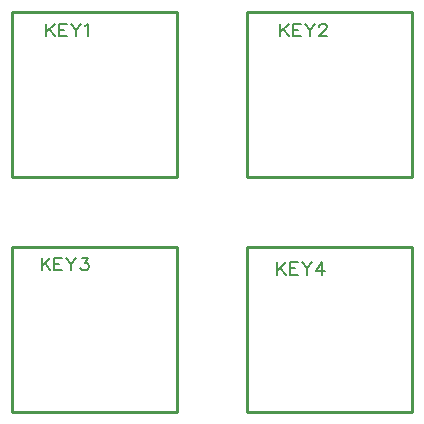
<source format=gto>
G04 Layer: TopSilkscreenLayer*
G04 EasyEDA v6.5.47, 2024-10-10 17:33:07*
G04 1afe02ac590648b8963bdaa5cf7a1cf7,02b1cd47abf14eeea88f237cf3128960,10*
G04 Gerber Generator version 0.2*
G04 Scale: 100 percent, Rotated: No, Reflected: No *
G04 Dimensions in millimeters *
G04 leading zeros omitted , absolute positions ,4 integer and 5 decimal *
%FSLAX45Y45*%
%MOMM*%

%ADD10C,0.1524*%
%ADD11C,0.2540*%

%LPD*%
D10*
X1206497Y16193485D02*
G01*
X1206497Y16084519D01*
X1279141Y16193485D02*
G01*
X1206497Y16120841D01*
X1232405Y16146749D02*
G01*
X1279141Y16084519D01*
X1313431Y16193485D02*
G01*
X1313431Y16084519D01*
X1313431Y16193485D02*
G01*
X1380995Y16193485D01*
X1313431Y16141669D02*
G01*
X1355087Y16141669D01*
X1313431Y16084519D02*
G01*
X1380995Y16084519D01*
X1415285Y16193485D02*
G01*
X1456941Y16141669D01*
X1456941Y16084519D01*
X1498597Y16193485D02*
G01*
X1456941Y16141669D01*
X1532887Y16172657D02*
G01*
X1543047Y16177991D01*
X1558795Y16193485D01*
X1558795Y16084519D01*
X3187700Y16193516D02*
G01*
X3187700Y16084550D01*
X3260343Y16193516D02*
G01*
X3187700Y16120871D01*
X3213608Y16146779D02*
G01*
X3260343Y16084550D01*
X3294634Y16193516D02*
G01*
X3294634Y16084550D01*
X3294634Y16193516D02*
G01*
X3362197Y16193516D01*
X3294634Y16141700D02*
G01*
X3336290Y16141700D01*
X3294634Y16084550D02*
G01*
X3362197Y16084550D01*
X3396488Y16193516D02*
G01*
X3438143Y16141700D01*
X3438143Y16084550D01*
X3479800Y16193516D02*
G01*
X3438143Y16141700D01*
X3519170Y16167607D02*
G01*
X3519170Y16172687D01*
X3524250Y16183102D01*
X3529584Y16188436D01*
X3539997Y16193516D01*
X3560825Y16193516D01*
X3571240Y16188436D01*
X3576320Y16183102D01*
X3581400Y16172687D01*
X3581400Y16162274D01*
X3576320Y16151860D01*
X3565906Y16136366D01*
X3514090Y16084550D01*
X3586734Y16084550D01*
X1168402Y14212288D02*
G01*
X1168402Y14103322D01*
X1241046Y14212288D02*
G01*
X1168402Y14139644D01*
X1194310Y14165552D02*
G01*
X1241046Y14103322D01*
X1275336Y14212288D02*
G01*
X1275336Y14103322D01*
X1275336Y14212288D02*
G01*
X1342900Y14212288D01*
X1275336Y14160472D02*
G01*
X1316992Y14160472D01*
X1275336Y14103322D02*
G01*
X1342900Y14103322D01*
X1377190Y14212288D02*
G01*
X1418846Y14160472D01*
X1418846Y14103322D01*
X1460502Y14212288D02*
G01*
X1418846Y14160472D01*
X1504952Y14212288D02*
G01*
X1562102Y14212288D01*
X1531114Y14170632D01*
X1546608Y14170632D01*
X1557022Y14165552D01*
X1562102Y14160472D01*
X1567436Y14144724D01*
X1567436Y14134310D01*
X1562102Y14118816D01*
X1551942Y14108402D01*
X1536194Y14103322D01*
X1520700Y14103322D01*
X1504952Y14108402D01*
X1499872Y14113482D01*
X1494792Y14123896D01*
X3162300Y14174188D02*
G01*
X3162300Y14065222D01*
X3234943Y14174188D02*
G01*
X3162300Y14101544D01*
X3188208Y14127452D02*
G01*
X3234943Y14065222D01*
X3269234Y14174188D02*
G01*
X3269234Y14065222D01*
X3269234Y14174188D02*
G01*
X3336797Y14174188D01*
X3269234Y14122372D02*
G01*
X3310890Y14122372D01*
X3269234Y14065222D02*
G01*
X3336797Y14065222D01*
X3371088Y14174188D02*
G01*
X3412743Y14122372D01*
X3412743Y14065222D01*
X3454400Y14174188D02*
G01*
X3412743Y14122372D01*
X3540506Y14174188D02*
G01*
X3488690Y14101544D01*
X3566413Y14101544D01*
X3540506Y14174188D02*
G01*
X3540506Y14065222D01*
D11*
X912898Y16295568D02*
G01*
X2312896Y16295568D01*
X2312896Y14895570D01*
X912898Y14895570D01*
X912898Y16295568D01*
X2906793Y16295598D02*
G01*
X4306790Y16295598D01*
X4306790Y14895601D01*
X2906793Y14895601D01*
X2906793Y16295598D01*
X912901Y14301670D02*
G01*
X2312898Y14301670D01*
X2312898Y12901673D01*
X912901Y12901673D01*
X912901Y14301670D01*
X2906793Y14301670D02*
G01*
X4306790Y14301670D01*
X4306790Y12901673D01*
X2906793Y12901673D01*
X2906793Y14301670D01*
M02*

</source>
